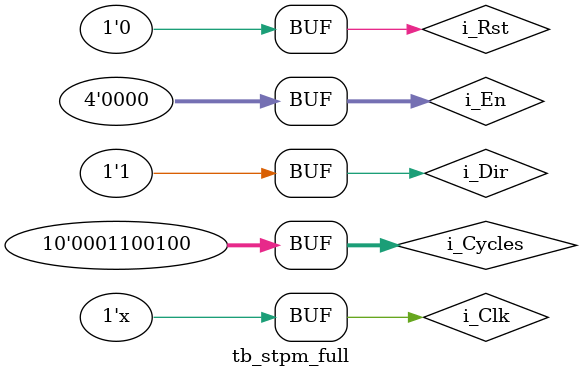
<source format=sv>
`timescale 1ps / 1ps
`define SIMULATION

   localparam SPACE    = 4'b1010;  //10
   localparam ENTER    = 4'b1011;  //11
   localparam FORWARD  = 4'b1100;  //12
   localparam BACKWARD = 4'b1101;  //13
   localparam INVALID  = 4'b1110;  //14

module tb_stpm_full();

localparam T = 2;

logic        i_Clk;
logic        i_Rst;

logic        i_Dir;
logic  [3:0] i_En;
logic  [9:0] i_Cycles;

logic [3:0] o_Pwm_a;
logic [3:0] o_Pwm_b;
logic [3:0] o_Pwm_c;
logic [3:0] o_Pwm_d;

stpm_full  BOARD(
    .i_Clk(i_Clk),
    .i_Rst(i_Rst),

    .i_Dir(i_Dir),
    .i_En(i_En),
    .i_Cycles(i_Cycles),

    .o_Pwm_a(o_Pwm_a),
    .o_Pwm_b(o_Pwm_b),
    .o_Pwm_c(o_Pwm_c),
    .o_Pwm_d(o_Pwm_d)
);

always begin
    #1 i_Clk = ~i_Clk;
end

 initial begin
     i_Rst    = 1;
     i_Clk    = 0;

     i_Dir    = '0;
     i_En     = 4'b1111;

     i_Cycles = '0;
     #100;
     // i_En     = 4'b0000;
     // #100;
     i_Cycles = 71;
     // i_En     = 4'b0001;
     #10;
     i_Rst    = '0;

     /*---------------------- Motor 2 FORWARD 128° ---------------------*/

     #100;

     i_Dir    = '0;
     // i_En     = 4'b0001;
     i_Cycles = 71;
     #10
     i_En     = 4'b1110;
     
     #100_000;

     i_Cycles = 100;
     i_Dir    = 1;

     #1000;

     i_En     = 4'b0000;

     /*---------------------- Motor 1 BACKWARD 87° ---------------------*/

     // TOP_data_dec  = 1;
     // #4;
     // TOP_ena = 1'b1;
     // #2;
     // TOP_ena = 1'b0;
     // #8;
     //
     // TOP_data_dec  = SPACE;
     // #4;
     // TOP_ena = 1'b1;
     // #2;
     // TOP_ena = 1'b0;
     // #8;
     //
     // TOP_data_dec  = BACKWARD;
     // #4;
     // TOP_ena = 1'b1;
     // #2;
     // TOP_ena = 1'b0;
     // #8;
     //
     // TOP_data_dec  = 8;
     // #4;
     // TOP_ena = 1'b1;
     // #2;
     // TOP_ena = 1'b0;
     // #8;
     //
     // TOP_data_dec  = 7;
     // #4;
     // TOP_ena = 1'b1;
     // #2;
     // TOP_ena = 1'b0;
     // #8;
     //
     //
     // TOP_data_dec  = ENTER;
     // #4;
     // TOP_ena = 1'b1;
     // #2;
     // TOP_ena = 1'b0;
     // #8;

     // /*---------------------- Motor 3 BACKWARD 210° ---------------------*/
     //
     // TOP_data_dec  = 3;
     // #4;
     // TOP_ena = 1'b1;
     // #2;
     // TOP_ena = 1'b0;
     // #8;
     //
     // TOP_data_dec  = SPACE;
     // #4;
     // TOP_ena = 1'b1;
     // #2;
     // TOP_ena = 1'b0;
     // #8;
     //
     // TOP_data_dec  = BACKWARD;
     // #4;
     // TOP_ena = 1'b1;
     // #2;
     // TOP_ena = 1'b0;
     // #8;
     //
     // TOP_data_dec  = 2;
     // #4;
     // TOP_ena = 1'b1;
     // #2;
     // TOP_ena = 1'b0;
     // #8;
     //
     // TOP_data_dec  = 1;
     // #4;
     // TOP_ena = 1'b1;
     // #2;
     // TOP_ena = 1'b0;
     // #8;
     //
     // TOP_data_dec  = 0;
     // #4;
     // TOP_ena = 1'b1;
     // #2;
     // TOP_ena = 1'b0;
     // #8;
     //
     // TOP_data_dec  = ENTER;
     // #4;
     // TOP_ena = 1'b1;
     // #2;
     // TOP_ena = 1'b0;
     // #8;
     //
     //       /*---------------------- Motor 4 FORWARD 7° ---------------------*/
     //
     // TOP_data_dec  = 4;
     // #4;
     // TOP_ena = 1'b1;
     // #2;
     // TOP_ena = 1'b0;
     // #8;
     //
     // TOP_data_dec  = SPACE;
     // #4;
     // TOP_ena = 1'b1;
     // #2;
     // TOP_ena = 1'b0;
     // #8;
     //
     // TOP_data_dec  = FORWARD;
     // #4;
     // TOP_ena = 1'b1;
     // #2;
     // TOP_ena = 1'b0;
     // #8;
     //
     // TOP_data_dec  = 7;
     // #4;
     // TOP_ena = 1'b1;
     // #2;
     // TOP_ena = 1'b0;
     // #8;
     //
     // TOP_data_dec  = ENTER;
     // #4;
     // TOP_ena = 1'b1;
     // #2;
     // TOP_ena = 1'b0;
     // #8;

 end

endmodule

</source>
